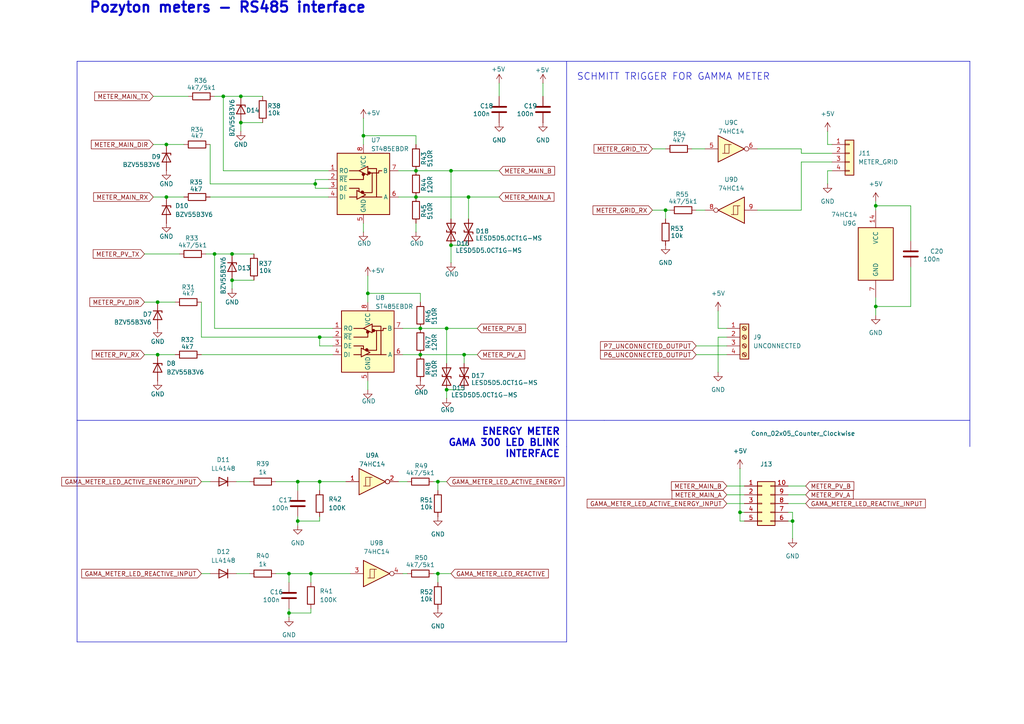
<source format=kicad_sch>
(kicad_sch (version 20231120) (generator "eeschema") (generator_version "8.0")
  (paper "A4")
  (lib_symbols
    (symbol "74xx:74HC14" (pin_names (offset 1.016))
      (property "Reference" "U" (at 0 1.27 0))
      (property "Value" "74HC14" (at 0 -1.27 0))
      (symbol "74HC14_1_0"
        (polyline (pts (xy -3.81 3.81) (xy -3.81 -3.81) (xy 3.81 0) (xy -3.81 3.81)) (stroke (width 0.254)) (fill (type background)))
        (pin input line (at -7.62 0 0) (length 3.81) (name "~") (number "1"))
        (pin output inverted (at 7.62 0 180) (length 3.81) (name "~") (number "2"))
      )
      (symbol "74HC14_1_1"
        (polyline (pts (xy -1.905 -1.27) (xy -1.905 1.27) (xy -0.635 1.27)))
        (polyline (pts (xy -2.54 -1.27) (xy -0.635 -1.27) (xy -0.635 1.27) (xy 0 1.27)))
      )
      (symbol "74HC14_2_0"
        (polyline (pts (xy -3.81 3.81) (xy -3.81 -3.81) (xy 3.81 0) (xy -3.81 3.81)) (stroke (width 0.254)) (fill (type background)))
        (pin input line (at -7.62 0 0) (length 3.81) (name "~") (number "3"))
        (pin output inverted (at 7.62 0 180) (length 3.81) (name "~") (number "4"))
      )
      (symbol "74HC14_2_1"
        (polyline (pts (xy -1.905 -1.27) (xy -1.905 1.27) (xy -0.635 1.27)))
        (polyline (pts (xy -2.54 -1.27) (xy -0.635 -1.27) (xy -0.635 1.27) (xy 0 1.27)))
      )
      (symbol "74HC14_3_0"
        (polyline (pts (xy -3.81 3.81) (xy -3.81 -3.81) (xy 3.81 0) (xy -3.81 3.81)) (stroke (width 0.254)) (fill (type background)))
        (pin input line (at -7.62 0 0) (length 3.81) (name "~") (number "5"))
        (pin output inverted (at 7.62 0 180) (length 3.81) (name "~") (number "6"))
      )
      (symbol "74HC14_3_1"
        (polyline (pts (xy -1.905 -1.27) (xy -1.905 1.27) (xy -0.635 1.27)))
        (polyline (pts (xy -2.54 -1.27) (xy -0.635 -1.27) (xy -0.635 1.27) (xy 0 1.27)))
      )
      (symbol "74HC14_4_0"
        (polyline (pts (xy -3.81 3.81) (xy -3.81 -3.81) (xy 3.81 0) (xy -3.81 3.81)) (stroke (width 0.254)) (fill (type background)))
        (pin output inverted (at 7.62 0 180) (length 3.81) (name "~") (number "8"))
        (pin input line (at -7.62 0 0) (length 3.81) (name "~") (number "9"))
      )
      (symbol "74HC14_4_1"
        (polyline (pts (xy -1.905 -1.27) (xy -1.905 1.27) (xy -0.635 1.27)))
        (polyline (pts (xy -2.54 -1.27) (xy -0.635 -1.27) (xy -0.635 1.27) (xy 0 1.27)))
      )
      (symbol "74HC14_5_0"
        (polyline (pts (xy -3.81 3.81) (xy -3.81 -3.81) (xy 3.81 0) (xy -3.81 3.81)) (stroke (width 0.254)) (fill (type background)))
        (pin output inverted (at 7.62 0 180) (length 3.81) (name "~") (number "10"))
        (pin input line (at -7.62 0 0) (length 3.81) (name "~") (number "11"))
      )
      (symbol "74HC14_5_1"
        (polyline (pts (xy -1.905 -1.27) (xy -1.905 1.27) (xy -0.635 1.27)))
        (polyline (pts (xy -2.54 -1.27) (xy -0.635 -1.27) (xy -0.635 1.27) (xy 0 1.27)))
      )
      (symbol "74HC14_6_0"
        (polyline (pts (xy -3.81 3.81) (xy -3.81 -3.81) (xy 3.81 0) (xy -3.81 3.81)) (stroke (width 0.254)) (fill (type background)))
        (pin output inverted (at 7.62 0 180) (length 3.81) (name "~") (number "12"))
        (pin input line (at -7.62 0 0) (length 3.81) (name "~") (number "13"))
      )
      (symbol "74HC14_6_1"
        (polyline (pts (xy -1.905 -1.27) (xy -1.905 1.27) (xy -0.635 1.27)))
        (polyline (pts (xy -2.54 -1.27) (xy -0.635 -1.27) (xy -0.635 1.27) (xy 0 1.27)))
      )
      (symbol "74HC14_7_0"
        (pin power_in line (at 0 12.7 270) (length 5.08) (name "VCC") (number "14"))
        (pin power_in line (at 0 -12.7 90) (length 5.08) (name "GND") (number "7"))
      )
      (symbol "74HC14_7_1"
        (rectangle (start -5.08 7.62) (end 5.08 -7.62) (stroke (width 0.254)) (fill (type background)))
      )
    )
    (symbol "Connector:Screw_Terminal_01x04" (pin_names (offset 1.016) hide)
      (property "Reference" "J" (at 0 5.08 0))
      (property "Value" "Screw_Terminal_01x04" (at 0 -7.62 0))
      (symbol "Screw_Terminal_01x04_1_1"
        (rectangle (start -1.27 3.81) (end 1.27 -6.35) (stroke (width 0.254)) (fill (type background)))
        (circle (center 0 -5.08) (radius 0.635) (stroke (width 0.1524)))
        (circle (center 0 -2.54) (radius 0.635) (stroke (width 0.1524)))
        (polyline (pts (xy -0.5334 -4.7498) (xy 0.3302 -5.588)) (stroke (width 0.1524)))
        (polyline (pts (xy -0.5334 -2.2098) (xy 0.3302 -3.048)) (stroke (width 0.1524)))
        (polyline (pts (xy -0.5334 0.3302) (xy 0.3302 -0.508)) (stroke (width 0.1524)))
        (polyline (pts (xy -0.5334 2.8702) (xy 0.3302 2.032)) (stroke (width 0.1524)))
        (polyline (pts (xy -0.3556 -4.572) (xy 0.508 -5.4102)) (stroke (width 0.1524)))
        (polyline (pts (xy -0.3556 -2.032) (xy 0.508 -2.8702)) (stroke (width 0.1524)))
        (polyline (pts (xy -0.3556 0.508) (xy 0.508 -0.3302)) (stroke (width 0.1524)))
        (polyline (pts (xy -0.3556 3.048) (xy 0.508 2.2098)) (stroke (width 0.1524)))
        (circle (center 0 0) (radius 0.635) (stroke (width 0.1524)))
        (circle (center 0 2.54) (radius 0.635) (stroke (width 0.1524)))
        (pin passive line (at -5.08 2.54 0) (length 3.81) (name "Pin_1") (number "1"))
        (pin passive line (at -5.08 0 0) (length 3.81) (name "Pin_2") (number "2"))
        (pin passive line (at -5.08 -2.54 0) (length 3.81) (name "Pin_3") (number "3"))
        (pin passive line (at -5.08 -5.08 0) (length 3.81) (name "Pin_4") (number "4"))
      )
    )
    (symbol "Connector_Generic:Conn_01x04" (pin_names (offset 1.016) hide)
      (property "Reference" "J" (at 0 5.08 0))
      (property "Value" "Conn_01x04" (at 0 -7.62 0))
      (symbol "Conn_01x04_1_1"
        (rectangle (start -1.27 -4.953) (end 0 -5.207) (stroke (width 0.1524)))
        (rectangle (start -1.27 -2.413) (end 0 -2.667) (stroke (width 0.1524)))
        (rectangle (start -1.27 0.127) (end 0 -0.127) (stroke (width 0.1524)))
        (rectangle (start -1.27 2.667) (end 0 2.413) (stroke (width 0.1524)))
        (rectangle (start -1.27 3.81) (end 1.27 -6.35) (stroke (width 0.254)) (fill (type background)))
        (pin passive line (at -5.08 2.54 0) (length 3.81) (name "Pin_1") (number "1"))
        (pin passive line (at -5.08 0 0) (length 3.81) (name "Pin_2") (number "2"))
        (pin passive line (at -5.08 -2.54 0) (length 3.81) (name "Pin_3") (number "3"))
        (pin passive line (at -5.08 -5.08 0) (length 3.81) (name "Pin_4") (number "4"))
      )
    )
    (symbol "Connector_Generic:Conn_02x05_Counter_Clockwise" (pin_names (offset 1.016) hide)
      (property "Reference" "J" (at 1.27 7.62 0))
      (property "Value" "Conn_02x05_Counter_Clockwise" (at 1.27 -7.62 0))
      (symbol "Conn_02x05_Counter_Clockwise_1_1"
        (rectangle (start -1.27 -4.953) (end 0 -5.207) (stroke (width 0.1524)))
        (rectangle (start -1.27 -2.413) (end 0 -2.667) (stroke (width 0.1524)))
        (rectangle (start -1.27 0.127) (end 0 -0.127) (stroke (width 0.1524)))
        (rectangle (start -1.27 2.667) (end 0 2.413) (stroke (width 0.1524)))
        (rectangle (start -1.27 5.207) (end 0 4.953) (stroke (width 0.1524)))
        (rectangle (start -1.27 6.35) (end 3.81 -6.35) (stroke (width 0.254)) (fill (type background)))
        (rectangle (start 3.81 -4.953) (end 2.54 -5.207) (stroke (width 0.1524)))
        (rectangle (start 3.81 -2.413) (end 2.54 -2.667) (stroke (width 0.1524)))
        (rectangle (start 3.81 0.127) (end 2.54 -0.127) (stroke (width 0.1524)))
        (rectangle (start 3.81 2.667) (end 2.54 2.413) (stroke (width 0.1524)))
        (rectangle (start 3.81 5.207) (end 2.54 4.953) (stroke (width 0.1524)))
        (pin passive line (at -5.08 5.08 0) (length 3.81) (name "Pin_1") (number "1"))
        (pin passive line (at 7.62 5.08 180) (length 3.81) (name "Pin_10") (number "10"))
        (pin passive line (at -5.08 2.54 0) (length 3.81) (name "Pin_2") (number "2"))
        (pin passive line (at -5.08 0 0) (length 3.81) (name "Pin_3") (number "3"))
        (pin passive line (at -5.08 -2.54 0) (length 3.81) (name "Pin_4") (number "4"))
        (pin passive line (at -5.08 -5.08 0) (length 3.81) (name "Pin_5") (number "5"))
        (pin passive line (at 7.62 -5.08 180) (length 3.81) (name "Pin_6") (number "6"))
        (pin passive line (at 7.62 -2.54 180) (length 3.81) (name "Pin_7") (number "7"))
        (pin passive line (at 7.62 0 180) (length 3.81) (name "Pin_8") (number "8"))
        (pin passive line (at 7.62 2.54 180) (length 3.81) (name "Pin_9") (number "9"))
      )
    )
    (symbol "Device:C" (pin_numbers hide) (pin_names (offset 0.254))
      (property "Reference" "C" (at 0.635 2.54 0))
      (property "Value" "C" (at 0.635 -2.54 0))
      (symbol "C_0_1"
        (polyline (pts (xy -2.032 -0.762) (xy 2.032 -0.762)) (stroke (width 0.508)))
        (polyline (pts (xy -2.032 0.762) (xy 2.032 0.762)) (stroke (width 0.508)))
      )
      (symbol "C_1_1"
        (pin passive line (at 0 3.81 270) (length 2.794) (name "~") (number "1"))
        (pin passive line (at 0 -3.81 90) (length 2.794) (name "~") (number "2"))
      )
    )
    (symbol "Device:D_TVS" (pin_numbers hide) (pin_names (offset 1.016) hide)
      (property "Reference" "D" (at 0 2.54 0))
      (property "Value" "D_TVS" (at 0 -2.54 0))
      (symbol "D_TVS_0_1"
        (polyline (pts (xy 1.27 0) (xy -1.27 0)))
        (polyline (pts (xy 0.508 1.27) (xy 0 1.27) (xy 0 -1.27) (xy -0.508 -1.27)) (stroke (width 0.254)))
        (polyline (pts (xy -2.54 1.27) (xy -2.54 -1.27) (xy 2.54 1.27) (xy 2.54 -1.27) (xy -2.54 1.27)) (stroke (width 0.254)))
      )
      (symbol "D_TVS_1_1"
        (pin passive line (at -3.81 0 0) (length 2.54) (name "A1") (number "1"))
        (pin passive line (at 3.81 0 180) (length 2.54) (name "A2") (number "2"))
      )
    )
    (symbol "Device:R" (pin_numbers hide) (pin_names (offset 0))
      (property "Reference" "R" (at 2.032 0 90))
      (property "Value" "R" (at 0 0 90))
      (symbol "R_0_1"
        (rectangle (start -1.016 -2.54) (end 1.016 2.54) (stroke (width 0.254)))
      )
      (symbol "R_1_1"
        (pin passive line (at 0 3.81 270) (length 1.27) (name "~") (number "1"))
        (pin passive line (at 0 -3.81 90) (length 1.27) (name "~") (number "2"))
      )
    )
    (symbol "Diode:BZV55B3V6" (pin_numbers hide) (pin_names hide)
      (property "Reference" "D" (at 0 2.54 0))
      (property "Value" "BZV55B3V6" (at 0 -2.54 0))
      (symbol "BZV55B3V6_0_1"
        (polyline (pts (xy 1.27 0) (xy -1.27 0)))
        (polyline (pts (xy -1.27 -1.27) (xy -1.27 1.27) (xy -0.762 1.27)) (stroke (width 0.254)))
        (polyline (pts (xy 1.27 -1.27) (xy 1.27 1.27) (xy -1.27 0) (xy 1.27 -1.27)) (stroke (width 0.254)))
      )
      (symbol "BZV55B3V6_1_1"
        (pin passive line (at -3.81 0 0) (length 2.54) (name "K") (number "1"))
        (pin passive line (at 3.81 0 180) (length 2.54) (name "A") (number "2"))
      )
    )
    (symbol "Diode:LL4148" (pin_numbers hide) (pin_names hide)
      (property "Reference" "D" (at 0 2.54 0))
      (property "Value" "LL4148" (at 0 -2.54 0))
      (symbol "LL4148_0_1"
        (polyline (pts (xy -1.27 1.27) (xy -1.27 -1.27)) (stroke (width 0.254)))
        (polyline (pts (xy 1.27 0) (xy -1.27 0)))
        (polyline (pts (xy 1.27 1.27) (xy 1.27 -1.27) (xy -1.27 0) (xy 1.27 1.27)) (stroke (width 0.254)))
      )
      (symbol "LL4148_1_1"
        (pin passive line (at -3.81 0 0) (length 2.54) (name "K") (number "1"))
        (pin passive line (at 3.81 0 180) (length 2.54) (name "A") (number "2"))
      )
    )
    (symbol "Interface_UART:ST485EBDR"
      (property "Reference" "U" (at -6.35 8.89 0))
      (property "Value" "ST485EBDR" (at 1.27 8.89 0))
      (symbol "ST485EBDR_0_1"
        (rectangle (start -7.62 7.62) (end 7.62 -10.16) (stroke (width 0.254)) (fill (type background)))
        (circle (center -0.3048 -3.683) (radius 0.3556) (stroke (width 0.254)) (fill (type outline)))
        (circle (center -0.0254 1.4986) (radius 0.3556) (stroke (width 0.254)) (fill (type outline)))
        (polyline (pts (xy -4.064 -5.08) (xy -1.905 -5.08)) (stroke (width 0.254)))
        (polyline (pts (xy -4.064 2.54) (xy -1.27 2.54)) (stroke (width 0.254)))
        (polyline (pts (xy -1.27 -3.2004) (xy -1.27 -3.4544)) (stroke (width 0.254)))
        (polyline (pts (xy -0.635 -5.08) (xy 5.334 -5.08)) (stroke (width 0.254)))
        (polyline (pts (xy -4.064 -2.54) (xy -1.27 -2.54) (xy -1.27 -3.175)) (stroke (width 0.254)))
        (polyline (pts (xy 0 1.27) (xy 0 0) (xy -4.064 0)) (stroke (width 0.254)))
        (polyline (pts (xy 1.27 3.175) (xy 3.81 3.175) (xy 3.81 -5.08)) (stroke (width 0.254)))
        (polyline (pts (xy 2.54 1.905) (xy 2.54 -3.81) (xy 0 -3.81)) (stroke (width 0.254)))
        (polyline (pts (xy -1.905 -3.175) (xy -1.905 -5.715) (xy 0.635 -4.445) (xy -1.905 -3.175)) (stroke (width 0.254)))
        (polyline (pts (xy -1.27 2.54) (xy 1.27 3.81) (xy 1.27 1.27) (xy -1.27 2.54)) (stroke (width 0.254)))
        (polyline (pts (xy 1.905 1.905) (xy 4.445 1.905) (xy 4.445 2.54) (xy 5.334 2.54)) (stroke (width 0.254)))
        (rectangle (start 1.27 3.175) (end 1.27 3.175))
        (circle (center 1.651 1.905) (radius 0.3556) (stroke (width 0.254)) (fill (type outline)))
      )
      (symbol "ST485EBDR_1_1"
        (pin output line (at -10.16 2.54 0) (length 2.54) (name "RO") (number "1"))
        (pin input line (at -10.16 0 0) (length 2.54) (name "~{RE}") (number "2"))
        (pin input line (at -10.16 -2.54 0) (length 2.54) (name "DE") (number "3"))
        (pin input line (at -10.16 -5.08 0) (length 2.54) (name "DI") (number "4"))
        (pin power_in line (at 0 -12.7 90) (length 2.54) (name "GND") (number "5"))
        (pin bidirectional line (at 10.16 -5.08 180) (length 2.54) (name "A") (number "6"))
        (pin bidirectional line (at 10.16 2.54 180) (length 2.54) (name "B") (number "7"))
        (pin power_in line (at 0 10.16 270) (length 2.54) (name "VCC") (number "8"))
      )
    )
    (symbol "power:+5V" (power) (pin_numbers hide) (pin_names (offset 0) hide)
      (property "Value" "+5V" (at 0 3.556 0))
      (symbol "+5V_0_1"
        (polyline (pts (xy -0.762 1.27) (xy 0 2.54)))
        (polyline (pts (xy 0 0) (xy 0 2.54)))
        (polyline (pts (xy 0 2.54) (xy 0.762 1.27)))
      )
      (symbol "+5V_1_1"
        (pin power_in line (at 0 0 90) (length 0) (name "~") (number "1"))
      )
    )
    (symbol "power:GND" (power) (pin_numbers hide) (pin_names (offset 0) hide)
      (property "Value" "GND" (at 0 -3.81 0))
      (symbol "GND_0_1"
        (polyline (pts (xy 0 0) (xy 0 -1.27) (xy 1.27 -1.27) (xy 0 -2.54) (xy -1.27 -1.27) (xy 0 -1.27)))
      )
      (symbol "GND_1_1"
        (pin power_in line (at 0 0 270) (length 0) (name "~") (number "1"))
      )
    )
  )
  (junction (at 254 88.9))
  (junction (at 91.44 53.34))
  (junction (at 121.92 95.25))
  (junction (at 69.85 27.94))
  (junction (at 48.26 41.91))
  (junction (at 130.81 49.53))
  (junction (at 214.63 148.59))
  (junction (at 92.71 139.7))
  (junction (at 69.85 35.56))
  (junction (at 86.36 139.7))
  (junction (at 83.82 177.8))
  (junction (at 90.17 166.37))
  (junction (at 92.71 97.79))
  (junction (at 229.87 151.13))
  (junction (at 62.23 73.66))
  (junction (at 120.65 49.53))
  (junction (at 134.62 102.87))
  (junction (at 86.36 151.13))
  (junction (at 45.72 102.87))
  (junction (at 127 139.7))
  (junction (at 67.31 73.66))
  (junction (at 121.92 102.87))
  (junction (at 106.68 85.09))
  (junction (at 130.81 71.12))
  (junction (at 48.26 57.15))
  (junction (at 254 59.69))
  (junction (at 129.54 95.25))
  (junction (at 129.54 113.03))
  (junction (at 120.65 57.15))
  (junction (at 135.89 57.15))
  (junction (at 67.31 81.28))
  (junction (at 105.41 39.37))
  (junction (at 127 166.37))
  (junction (at 64.77 27.94))
  (junction (at 45.72 87.63))
  (junction (at 193.04 60.96))
  (junction (at 83.82 166.37))
  (wire (pts (xy 134.62 102.87) (xy 138.43 102.87)))
  (wire (pts (xy 240.03 41.91) (xy 240.03 38.1)))
  (wire (pts (xy 232.41 43.18) (xy 219.71 43.18)))
  (wire (pts (xy 125.73 166.37) (xy 127 166.37)))
  (wire (pts (xy 44.45 41.91) (xy 48.26 41.91)))
  (wire (pts (xy 59.69 73.66) (xy 62.23 73.66)))
  (wire (pts (xy 115.57 139.7) (xy 118.11 139.7)))
  (wire (pts (xy 64.77 27.94) (xy 64.77 49.53)))
  (wire (pts (xy 121.92 87.63) (xy 121.92 85.09)))
  (wire (pts (xy 90.17 176.53) (xy 90.17 177.8)))
  (wire (pts (xy 41.91 73.66) (xy 52.07 73.66)))
  (wire (pts (xy 116.84 166.37) (xy 118.11 166.37)))
  (wire (pts (xy 241.3 41.91) (xy 240.03 41.91)))
  (wire (pts (xy 92.71 149.86) (xy 92.71 151.13)))
  (wire (pts (xy 201.93 60.96) (xy 204.47 60.96)))
  (wire (pts (xy 62.23 73.66) (xy 67.31 73.66)))
  (wire (pts (xy 215.9 143.51) (xy 210.82 143.51)))
  (wire (pts (xy 129.54 113.03) (xy 129.54 115.57)))
  (wire (pts (xy 129.54 95.25) (xy 138.43 95.25)))
  (wire (pts (xy 120.65 41.91) (xy 120.65 39.37)))
  (wire (pts (xy 116.84 102.87) (xy 121.92 102.87)))
  (wire (pts (xy 208.28 97.79) (xy 210.82 97.79)))
  (wire (pts (xy 200.66 43.18) (xy 204.47 43.18)))
  (wire (pts (xy 48.26 41.91) (xy 53.34 41.91)))
  (wire (pts (xy 135.89 57.15) (xy 135.89 63.5)))
  (wire (pts (xy 58.42 166.37) (xy 60.96 166.37)))
  (wire (pts (xy 67.31 83.82) (xy 67.31 81.28)))
  (wire (pts (xy 105.41 39.37) (xy 105.41 41.91)))
  (wire (pts (xy 201.93 100.33) (xy 210.82 100.33)))
  (wire (pts (xy 121.92 95.25) (xy 116.84 95.25)))
  (wire (pts (xy 68.58 139.7) (xy 72.39 139.7)))
  (polyline (pts (xy 281.305 129.54) (xy 281.305 17.78)))
  (wire (pts (xy 83.82 166.37) (xy 90.17 166.37)))
  (wire (pts (xy 232.41 60.96) (xy 219.71 60.96)))
  (wire (pts (xy 254 88.9) (xy 254 86.36)))
  (wire (pts (xy 92.71 139.7) (xy 92.71 142.24)))
  (wire (pts (xy 115.57 57.15) (xy 120.65 57.15)))
  (wire (pts (xy 86.36 151.13) (xy 86.36 152.4)))
  (wire (pts (xy 83.82 177.8) (xy 83.82 179.07)))
  (wire (pts (xy 129.54 95.25) (xy 129.54 105.41)))
  (wire (pts (xy 45.72 102.87) (xy 50.8 102.87)))
  (wire (pts (xy 91.44 54.61) (xy 95.25 54.61)))
  (wire (pts (xy 58.42 139.7) (xy 60.96 139.7)))
  (wire (pts (xy 92.71 97.79) (xy 96.52 97.79)))
  (wire (pts (xy 64.77 27.94) (xy 69.85 27.94)))
  (wire (pts (xy 208.28 95.25) (xy 208.28 90.17)))
  (wire (pts (xy 90.17 177.8) (xy 83.82 177.8)))
  (wire (pts (xy 208.28 107.95) (xy 208.28 97.79)))
  (polyline (pts (xy 175.26 17.78) (xy 22.352 17.78)))
  (wire (pts (xy 127 166.37) (xy 127 168.91)))
  (wire (pts (xy 60.96 53.34) (xy 91.44 53.34)))
  (wire (pts (xy 157.48 24.13) (xy 157.48 27.94)))
  (wire (pts (xy 60.96 41.91) (xy 60.96 53.34)))
  (wire (pts (xy 135.89 57.15) (xy 144.78 57.15)))
  (wire (pts (xy 64.77 49.53) (xy 95.25 49.53)))
  (wire (pts (xy 91.44 54.61) (xy 91.44 53.34)))
  (wire (pts (xy 254 59.69) (xy 264.16 59.69)))
  (wire (pts (xy 44.45 27.94) (xy 54.61 27.94)))
  (wire (pts (xy 233.68 143.51) (xy 228.6 143.51)))
  (wire (pts (xy 68.58 166.37) (xy 72.39 166.37)))
  (wire (pts (xy 60.96 57.15) (xy 95.25 57.15)))
  (wire (pts (xy 92.71 100.33) (xy 96.52 100.33)))
  (wire (pts (xy 240.03 49.53) (xy 241.3 49.53)))
  (wire (pts (xy 92.71 139.7) (xy 100.33 139.7)))
  (polyline (pts (xy 281.305 17.78) (xy 281.305 17.78)))
  (wire (pts (xy 130.81 76.2) (xy 130.81 71.12)))
  (wire (pts (xy 69.85 35.56) (xy 76.2 35.56)))
  (wire (pts (xy 134.62 102.87) (xy 134.62 105.41)))
  (wire (pts (xy 127 139.7) (xy 129.54 139.7)))
  (wire (pts (xy 62.23 95.25) (xy 96.52 95.25)))
  (wire (pts (xy 264.16 77.47) (xy 264.16 88.9)))
  (wire (pts (xy 189.23 43.18) (xy 193.04 43.18)))
  (wire (pts (xy 45.72 87.63) (xy 50.8 87.63)))
  (wire (pts (xy 91.44 53.34) (xy 91.44 52.07)))
  (wire (pts (xy 214.63 148.59) (xy 214.63 151.13)))
  (wire (pts (xy 120.65 67.31) (xy 120.65 64.77)))
  (wire (pts (xy 144.78 24.13) (xy 144.78 27.94)))
  (wire (pts (xy 120.65 57.15) (xy 135.89 57.15)))
  (wire (pts (xy 232.41 46.99) (xy 232.41 60.96)))
  (wire (pts (xy 41.91 87.63) (xy 45.72 87.63)))
  (wire (pts (xy 67.31 73.66) (xy 73.66 73.66)))
  (wire (pts (xy 83.82 166.37) (xy 83.82 168.91)))
  (wire (pts (xy 127 166.37) (xy 130.81 166.37)))
  (wire (pts (xy 62.23 27.94) (xy 64.77 27.94)))
  (wire (pts (xy 214.63 151.13) (xy 215.9 151.13)))
  (wire (pts (xy 241.3 46.99) (xy 232.41 46.99)))
  (wire (pts (xy 129.54 113.03) (xy 134.62 113.03)))
  (polyline (pts (xy 175.26 17.78) (xy 281.305 17.78)))
  (wire (pts (xy 193.04 60.96) (xy 193.04 63.5)))
  (wire (pts (xy 193.04 60.96) (xy 194.31 60.96)))
  (wire (pts (xy 127 139.7) (xy 127 142.24)))
  (wire (pts (xy 105.41 39.37) (xy 120.65 39.37)))
  (wire (pts (xy 254 91.44) (xy 254 88.9)))
  (wire (pts (xy 69.85 27.94) (xy 76.2 27.94)))
  (wire (pts (xy 92.71 97.79) (xy 92.71 100.33)))
  (wire (pts (xy 83.82 176.53) (xy 83.82 177.8)))
  (wire (pts (xy 229.87 148.59) (xy 228.6 148.59)))
  (wire (pts (xy 62.23 73.66) (xy 62.23 95.25)))
  (wire (pts (xy 264.16 59.69) (xy 264.16 69.85)))
  (polyline (pts (xy 164.338 17.78) (xy 164.338 129.54)))
  (wire (pts (xy 240.03 53.34) (xy 240.03 49.53)))
  (wire (pts (xy 44.45 57.15) (xy 48.26 57.15)))
  (wire (pts (xy 86.36 149.86) (xy 86.36 151.13)))
  (wire (pts (xy 130.81 49.53) (xy 130.81 63.5)))
  (wire (pts (xy 92.71 151.13) (xy 86.36 151.13)))
  (wire (pts (xy 254 59.69) (xy 254 60.96)))
  (wire (pts (xy 214.63 148.59) (xy 215.9 148.59)))
  (wire (pts (xy 215.9 140.97) (xy 210.82 140.97)))
  (wire (pts (xy 233.68 140.97) (xy 228.6 140.97)))
  (polyline (pts (xy 175.26 121.92) (xy 281.305 121.92)))
  (wire (pts (xy 254 88.9) (xy 264.16 88.9)))
  (wire (pts (xy 58.42 97.79) (xy 92.71 97.79)))
  (wire (pts (xy 67.31 81.28) (xy 73.66 81.28)))
  (wire (pts (xy 120.65 49.53) (xy 115.57 49.53)))
  (wire (pts (xy 105.41 34.29) (xy 105.41 39.37)))
  (wire (pts (xy 130.81 49.53) (xy 144.78 49.53)))
  (polyline (pts (xy 22.352 17.78) (xy 22.352 121.92)))
  (wire (pts (xy 106.68 110.49) (xy 106.68 113.03)))
  (wire (pts (xy 106.68 85.09) (xy 106.68 87.63)))
  (wire (pts (xy 90.17 166.37) (xy 90.17 168.91)))
  (wire (pts (xy 58.42 97.79) (xy 58.42 87.63)))
  (polyline (pts (xy 22.352 121.92) (xy 22.352 186.182)))
  (polyline (pts (xy 22.352 186.182) (xy 164.338 186.182)))
  (wire (pts (xy 254 58.42) (xy 254 59.69)))
  (wire (pts (xy 106.68 80.01) (xy 106.68 85.09)))
  (wire (pts (xy 201.93 102.87) (xy 210.82 102.87)))
  (wire (pts (xy 58.42 102.87) (xy 96.52 102.87)))
  (wire (pts (xy 229.87 151.13) (xy 229.87 156.21)))
  (wire (pts (xy 125.73 139.7) (xy 127 139.7)))
  (wire (pts (xy 48.26 57.15) (xy 53.34 57.15)))
  (wire (pts (xy 120.65 49.53) (xy 130.81 49.53)))
  (wire (pts (xy 228.6 151.13) (xy 229.87 151.13)))
  (wire (pts (xy 86.36 139.7) (xy 86.36 142.24)))
  (wire (pts (xy 69.85 38.1) (xy 69.85 35.56)))
  (wire (pts (xy 80.01 139.7) (xy 86.36 139.7)))
  (wire (pts (xy 130.81 71.12) (xy 135.89 71.12)))
  (wire (pts (xy 121.92 95.25) (xy 129.54 95.25)))
  (wire (pts (xy 106.68 85.09) (xy 121.92 85.09)))
  (polyline (pts (xy 22.352 121.92) (xy 175.26 121.92)))
  (wire (pts (xy 214.63 135.89) (xy 214.63 148.59)))
  (wire (pts (xy 210.82 146.05) (xy 215.9 146.05)))
  (wire (pts (xy 233.68 146.05) (xy 228.6 146.05)))
  (wire (pts (xy 189.23 60.96) (xy 193.04 60.96)))
  (wire (pts (xy 229.87 148.59) (xy 229.87 151.13)))
  (wire (pts (xy 105.41 64.77) (xy 105.41 67.31)))
  (wire (pts (xy 80.01 166.37) (xy 83.82 166.37)))
  (wire (pts (xy 90.17 166.37) (xy 101.6 166.37)))
  (polyline (pts (xy 164.338 186.182) (xy 164.338 129.54)))
  (wire (pts (xy 41.91 102.87) (xy 45.72 102.87)))
  (wire (pts (xy 86.36 139.7) (xy 92.71 139.7)))
  (wire (pts (xy 121.92 102.87) (xy 134.62 102.87)))
  (wire (pts (xy 232.41 44.45) (xy 232.41 43.18)))
  (wire (pts (xy 241.3 44.45) (xy 232.41 44.45)))
  (wire (pts (xy 91.44 52.07) (xy 95.25 52.07)))
  (wire (pts (xy 210.82 95.25) (xy 208.28 95.25)))
  (text "Pozyton meters - RS485 interface" (at 66.04 2.286 0) (effects (font (size 3 3) (bold yes))))
  (text "ENERGY METER\nGAMA 300 LED BLINK\nINTERFACE" (at 162.56 128.524 0) (effects (font (size 2 2) (thickness 0.4) (bold yes)) (justify right)))
  (text "SCHMITT TRIGGER FOR GAMMA METER" (at 195.326 22.352 0) (effects (font (size 2 2))))
  (global_label "METER_MAIN_B" (shape input) (at 210.82 140.97 180) (property "Intersheetrefs" "${INTERSHEET_REFS}" (effects (hide yes))))
  (global_label "METER_PV_A" (shape input) (at 233.68 143.51 0) (property "Intersheetrefs" "${INTERSHEET_REFS}" (effects (hide yes))))
  (global_label "METER_GRID_RX" (shape input) (at 189.23 60.96 180) (property "Intersheetrefs" "${INTERSHEET_REFS}" (effects (hide yes))))
  (global_label "METER_MAIN_TX" (shape input) (at 44.45 27.94 180) (property "Intersheetrefs" "${INTERSHEET_REFS}" (effects (hide yes))))
  (global_label "GAMA_METER_LED_ACTIVE_ENERGY_INPUT" (shape input) (at 210.82 146.05 180) (property "Intersheetrefs" "${INTERSHEET_REFS}" (effects (hide yes))))
  (global_label "METER_PV_A" (shape input) (at 138.43 102.87 0) (property "Intersheetrefs" "${INTERSHEET_REFS}" (effects (hide yes))))
  (global_label "METER_MAIN_A" (shape input) (at 144.78 57.15 0) (property "Intersheetrefs" "${INTERSHEET_REFS}" (effects (hide yes))))
  (global_label "METER_PV_B" (shape input) (at 138.43 95.25 0) (property "Intersheetrefs" "${INTERSHEET_REFS}" (effects (hide yes))))
  (global_label "GAMA_METER_LED_REACTIVE_INPUT" (shape input) (at 233.68 146.05 0) (property "Intersheetrefs" "${INTERSHEET_REFS}" (effects (hide yes))))
  (global_label "METER_PV_DIR" (shape input) (at 41.91 87.63 180) (property "Intersheetrefs" "${INTERSHEET_REFS}" (effects (hide yes))))
  (global_label "METER_MAIN_DIR" (shape input) (at 44.45 41.91 180) (property "Intersheetrefs" "${INTERSHEET_REFS}" (effects (hide yes))))
  (global_label "METER_MAIN_B" (shape input) (at 144.78 49.53 0) (property "Intersheetrefs" "${INTERSHEET_REFS}" (effects (hide yes))))
  (global_label "GAMA_METER_LED_REACTIVE_INPUT" (shape input) (at 58.42 166.37 180) (property "Intersheetrefs" "${INTERSHEET_REFS}" (effects (hide yes))))
  (global_label "METER_PV_B" (shape input) (at 233.68 140.97 0) (property "Intersheetrefs" "${INTERSHEET_REFS}" (effects (hide yes))))
  (global_label "METER_MAIN_RX" (shape input) (at 44.45 57.15 180) (property "Intersheetrefs" "${INTERSHEET_REFS}" (effects (hide yes))))
  (global_label "GAMA_METER_LED_REACTIVE" (shape input) (at 130.81 166.37 0) (property "Intersheetrefs" "${INTERSHEET_REFS}" (effects (hide yes))))
  (global_label "P7_UNCONNECTED_OUTPUT" (shape input) (at 201.93 100.33 180) (property "Intersheetrefs" "${INTERSHEET_REFS}" (effects (hide yes))))
  (global_label "METER_PV_RX" (shape input) (at 41.91 102.87 180) (property "Intersheetrefs" "${INTERSHEET_REFS}" (effects (hide yes))))
  (global_label "P6_UNCONNECTED_OUTPUT" (shape input) (at 201.93 102.87 180) (property "Intersheetrefs" "${INTERSHEET_REFS}" (effects (hide yes))))
  (global_label "GAMA_METER_LED_ACTIVE_ENERGY" (shape input) (at 129.54 139.7 0) (property "Intersheetrefs" "${INTERSHEET_REFS}" (effects (hide yes))))
  (global_label "METER_GRID_TX" (shape input) (at 189.23 43.18 180) (property "Intersheetrefs" "${INTERSHEET_REFS}" (effects (hide yes))))
  (global_label "METER_PV_TX" (shape input) (at 41.91 73.66 180) (property "Intersheetrefs" "${INTERSHEET_REFS}" (effects (hide yes))))
  (global_label "METER_MAIN_A" (shape input) (at 210.82 143.51 180) (property "Intersheetrefs" "${INTERSHEET_REFS}" (effects (hide yes))))
  (global_label "GAMA_METER_LED_ACTIVE_ENERGY_INPUT" (shape input) (at 58.42 139.7 180) (property "Intersheetrefs" "${INTERSHEET_REFS}" (effects (hide yes))))
  (symbol (lib_id "Device:R") (at 120.65 60.96 180) (unit 1)
    (property "Reference" "R45" (at 122.936 61.214 90))
    (property "Value" "510R" (at 124.714 61.214 90))
    (property "Footprint" "Resistor_SMD:R_0805_2012Metric_Pad1.20x1.40mm_HandSolder" (effects (hide yes)))
    (property "Description" "Resistor" (effects (hide yes)))
  )
  (symbol (lib_id "power:GND") (at 45.72 95.25 0) (unit 1)
    (property "Reference" "#PWR057" (effects (hide yes)))
    (property "Value" "GND" (at 45.72 99.06 0))
    (property "Description" "Power symbol creates a global label with name \"GND\" , ground" (effects (hide yes)))
  )
  (symbol (lib_id "Diode:BZV55B3V6") (at 69.85 31.75 270) (unit 1)
    (property "Reference" "D14" (at 71.374 32.004 90) (effects (justify left)))
    (property "Value" "BZV55B3V6" (at 67.31 28.702 0) (effects (justify left)))
    (property "Footprint" "Diode_SMD:D_MiniMELF" (effects (hide yes)))
    (property "Datasheet" "https://assets.nexperia.com/documents/data-sheet/BZV55_SER.pdf" (effects (hide yes)))
    (property "Description" "3.6V, 500mW, 2%, Zener diode, MiniMELF" (effects (hide yes)))
  )
  (symbol (lib_id "power:GND") (at 106.68 113.03 0) (unit 1)
    (property "Reference" "#PWR068" (effects (hide yes)))
    (property "Value" "GND" (at 106.934 116.332 0))
    (property "Description" "Power symbol creates a global label with name \"GND\" , ground" (effects (hide yes)))
  )
  (symbol (lib_id "power:GND") (at 48.26 49.53 0) (unit 1)
    (property "Reference" "#PWR059" (effects (hide yes)))
    (property "Value" "GND" (at 48.26 53.34 0))
    (property "Description" "Power symbol creates a global label with name \"GND\" , ground" (effects (hide yes)))
  )
  (symbol (lib_id "Device:R") (at 121.92 99.06 180) (unit 1)
    (property "Reference" "R47" (at 124.206 99.314 90))
    (property "Value" "120R" (at 125.984 99.314 90))
    (property "Footprint" "Resistor_SMD:R_0805_2012Metric_Pad1.20x1.40mm_HandSolder" (effects (hide yes)))
    (property "Description" "Resistor" (effects (hide yes)))
  )
  (symbol (lib_id "Device:R") (at 54.61 102.87 90) (unit 1)
    (property "Reference" "R32" (at 54.356 98.552 90))
    (property "Value" "4k7" (at 54.356 100.584 90))
    (property "Footprint" "Resistor_SMD:R_0805_2012Metric_Pad1.20x1.40mm_HandSolder" (effects (hide yes)))
    (property "Description" "Resistor" (effects (hide yes)))
  )
  (symbol (lib_id "power:+5V") (at 144.78 24.13 0) (unit 1)
    (property "Reference" "#PWR075" (effects (hide yes)))
    (property "Value" "+5V" (at 144.526 20.066 0))
    (property "Description" "Power symbol creates a global label with name \"+5V\"" (effects (hide yes)))
  )
  (symbol (lib_id "Device:C") (at 86.36 146.05 0) (unit 1)
    (property "Reference" "C17" (at 80.772 145.034 0) (effects (justify left)))
    (property "Value" "100n" (at 78.74 147.32 0) (effects (justify left)))
    (property "Footprint" "Capacitor_SMD:C_0805_2012Metric_Pad1.18x1.45mm_HandSolder" (effects (hide yes)))
    (property "Description" "Unpolarized capacitor" (effects (hide yes)))
  )
  (symbol (lib_id "power:+5V") (at 208.28 90.17 0) (unit 1)
    (property "Reference" "#PWR080" (effects (hide yes)))
    (property "Value" "+5V" (at 208.28 85.09 0))
    (property "Description" "Power symbol creates a global label with name \"+5V\"" (effects (hide yes)))
  )
  (symbol (lib_id "Device:R") (at 55.88 73.66 90) (unit 1)
    (property "Reference" "R33" (at 55.626 69.088 90))
    (property "Value" "4k7/5k1" (at 55.88 71.12 90))
    (property "Footprint" "Resistor_SMD:R_0805_2012Metric_Pad1.20x1.40mm_HandSolder" (effects (hide yes)))
    (property "Description" "Resistor" (effects (hide yes)))
  )
  (symbol (lib_id "power:GND") (at 69.85 38.1 0) (unit 1)
    (property "Reference" "#PWR062" (effects (hide yes)))
    (property "Value" "GND" (at 69.85 41.91 0))
    (property "Description" "Power symbol creates a global label with name \"GND\" , ground" (effects (hide yes)))
  )
  (symbol (lib_id "Device:R") (at 121.92 106.68 180) (unit 1)
    (property "Reference" "R48" (at 124.206 106.934 90))
    (property "Value" "510R" (at 125.984 106.934 90))
    (property "Footprint" "Resistor_SMD:R_0805_2012Metric_Pad1.20x1.40mm_HandSolder" (effects (hide yes)))
    (property "Description" "Resistor" (effects (hide yes)))
  )
  (symbol (lib_id "Device:R") (at 76.2 139.7 90) (unit 1)
    (property "Reference" "R39" (at 76.2 134.5395 90))
    (property "Value" "1k" (at 76.2 136.9638 90))
    (property "Footprint" "Resistor_SMD:R_0805_2012Metric_Pad1.20x1.40mm_HandSolder" (effects (hide yes)))
    (property "Description" "Resistor" (effects (hide yes)))
  )
  (symbol (lib_id "Device:R") (at 121.92 166.37 270) (mirror x) (unit 1)
    (property "Reference" "R50" (at 122.174 161.798 90))
    (property "Value" "4k7/5k1" (at 121.92 163.83 90))
    (property "Footprint" "Resistor_SMD:R_0805_2012Metric_Pad1.20x1.40mm_HandSolder" (effects (hide yes)))
    (property "Description" "Resistor" (effects (hide yes)))
  )
  (symbol (lib_id "Device:C") (at 264.16 73.66 0) (unit 1)
    (property "Reference" "C20" (at 269.748 72.898 0) (effects (justify left)))
    (property "Value" "100n" (at 267.716 75.184 0) (effects (justify left)))
    (property "Footprint" "Capacitor_SMD:C_0805_2012Metric_Pad1.18x1.45mm_HandSolder" (effects (hide yes)))
    (property "Description" "Unpolarized capacitor" (effects (hide yes)))
  )
  (symbol (lib_id "power:GND") (at 229.87 156.21 0) (unit 1)
    (property "Reference" "#PWR088" (effects (hide yes)))
    (property "Value" "GND" (at 229.87 161.29 0))
    (property "Description" "Power symbol creates a global label with name \"GND\" , ground" (effects (hide yes)))
  )
  (symbol (lib_id "Diode:BZV55B3V6") (at 45.72 91.44 270) (unit 1)
    (property "Reference" "D7" (at 41.402 91.186 90) (effects (justify left)))
    (property "Value" "BZV55B3V6" (at 33.02 93.472 90) (effects (justify left)))
    (property "Footprint" "Diode_SMD:D_MiniMELF" (effects (hide yes)))
    (property "Datasheet" "https://assets.nexperia.com/documents/data-sheet/BZV55_SER.pdf" (effects (hide yes)))
    (property "Description" "3.6V, 500mW, 2%, Zener diode, MiniMELF" (effects (hide yes)))
  )
  (symbol (lib_id "Diode:BZV55B3V6") (at 48.26 45.72 270) (unit 1)
    (property "Reference" "D9" (at 43.942 45.466 90) (effects (justify left)))
    (property "Value" "BZV55B3V6" (at 35.56 47.752 90) (effects (justify left)))
    (property "Footprint" "Diode_SMD:D_MiniMELF" (effects (hide yes)))
    (property "Datasheet" "https://assets.nexperia.com/documents/data-sheet/BZV55_SER.pdf" (effects (hide yes)))
    (property "Description" "3.6V, 500mW, 2%, Zener diode, MiniMELF" (effects (hide yes)))
  )
  (symbol (lib_id "Device:R") (at 127 172.72 0) (mirror x) (unit 1)
    (property "Reference" "R52" (at 123.698 171.704 0))
    (property "Value" "10k" (at 123.698 173.736 0))
    (property "Footprint" "Resistor_SMD:R_0805_2012Metric_Pad1.20x1.40mm_HandSolder" (effects (hide yes)))
    (property "Description" "Resistor" (effects (hide yes)))
  )
  (symbol (lib_id "power:GND") (at 105.41 67.31 0) (unit 1)
    (property "Reference" "#PWR066" (effects (hide yes)))
    (property "Value" "GND" (at 105.664 70.612 0))
    (property "Description" "Power symbol creates a global label with name \"GND\" , ground" (effects (hide yes)))
  )
  (symbol (lib_id "power:GND") (at 254 91.44 0) (unit 1)
    (property "Reference" "#PWR087" (effects (hide yes)))
    (property "Value" "GND" (at 254 96.52 0))
    (property "Description" "Power symbol creates a global label with name \"GND\" , ground" (effects (hide yes)))
  )
  (symbol (lib_id "Device:D_TVS") (at 135.89 67.31 90) (unit 1)
    (property "Reference" "D18" (at 137.922 67.056 90) (effects (justify right)))
    (property "Value" "LESD5D5.0CT1G-MS" (at 137.922 69.088 90) (effects (justify right)))
    (property "Footprint" "Diode_SMD:D_SOD-523" (effects (hide yes)))
    (property "Description" "Bidirectional transient-voltage-suppression diode" (effects (hide yes)))
  )
  (symbol (lib_id "Diode:BZV55B3V6") (at 48.26 60.96 270) (unit 1)
    (property "Reference" "D10" (at 50.8 59.6899 90) (effects (justify left)))
    (property "Value" "BZV55B3V6" (at 50.8 62.2299 90) (effects (justify left)))
    (property "Footprint" "Diode_SMD:D_MiniMELF" (effects (hide yes)))
    (property "Datasheet" "https://assets.nexperia.com/documents/data-sheet/BZV55_SER.pdf" (effects (hide yes)))
    (property "Description" "3.6V, 500mW, 2%, Zener diode, MiniMELF" (effects (hide yes)))
  )
  (symbol (lib_id "power:GND") (at 86.36 152.4 0) (unit 1)
    (property "Reference" "#PWR064" (effects (hide yes)))
    (property "Value" "GND" (at 86.36 157.48 0))
    (property "Description" "Power symbol creates a global label with name \"GND\" , ground" (effects (hide yes)))
  )
  (symbol (lib_id "Device:R") (at 57.15 57.15 90) (unit 1)
    (property "Reference" "R35" (at 56.896 52.832 90))
    (property "Value" "4k7" (at 56.896 54.864 90))
    (property "Footprint" "Resistor_SMD:R_0805_2012Metric_Pad1.20x1.40mm_HandSolder" (effects (hide yes)))
    (property "Description" "Resistor" (effects (hide yes)))
  )
  (symbol (lib_id "Device:R") (at 121.92 139.7 270) (mirror x) (unit 1)
    (property "Reference" "R49" (at 122.174 135.128 90))
    (property "Value" "4k7/5k1" (at 121.92 137.16 90))
    (property "Footprint" "Resistor_SMD:R_0805_2012Metric_Pad1.20x1.40mm_HandSolder" (effects (hide yes)))
    (property "Description" "Resistor" (effects (hide yes)))
  )
  (symbol (lib_id "74xx:74HC14") (at 109.22 166.37 0) (unit 2)
    (property "Reference" "U9" (at 109.22 157.48 0))
    (property "Value" "74HC14" (at 109.22 160.02 0))
    (property "Footprint" "Package_SO:SOIC-14_3.9x8.7mm_P1.27mm" (effects (hide yes)))
    (property "Datasheet" "http://www.ti.com/lit/gpn/sn74HC14" (effects (hide yes)))
    (property "Description" "Hex inverter schmitt trigger" (effects (hide yes)))
  )
  (symbol (lib_id "power:GND") (at 45.72 110.49 0) (unit 1)
    (property "Reference" "#PWR058" (effects (hide yes)))
    (property "Value" "GND" (at 45.72 114.3 0))
    (property "Description" "Power symbol creates a global label with name \"GND\" , ground" (effects (hide yes)))
  )
  (symbol (lib_id "power:GND") (at 127 176.53 0) (mirror y) (unit 1)
    (property "Reference" "#PWR072" (effects (hide yes)))
    (property "Value" "GND" (at 127 181.61 0))
    (property "Description" "Power symbol creates a global label with name \"GND\" , ground" (effects (hide yes)))
  )
  (symbol (lib_id "power:GND") (at 193.04 71.12 0) (unit 1)
    (property "Reference" "#PWR079" (effects (hide yes)))
    (property "Value" "GND" (at 193.04 76.2 0))
    (property "Description" "Power symbol creates a global label with name \"GND\" , ground" (effects (hide yes)))
  )
  (symbol (lib_id "Device:R") (at 127 146.05 0) (mirror x) (unit 1)
    (property "Reference" "R51" (at 123.698 145.034 0))
    (property "Value" "10k" (at 123.698 147.066 0))
    (property "Footprint" "Resistor_SMD:R_0805_2012Metric_Pad1.20x1.40mm_HandSolder" (effects (hide yes)))
    (property "Description" "Resistor" (effects (hide yes)))
  )
  (symbol (lib_id "Device:R") (at 121.92 91.44 180) (unit 1)
    (property "Reference" "R46" (at 124.206 91.694 90))
    (property "Value" "510R" (at 125.984 91.694 90))
    (property "Footprint" "Resistor_SMD:R_0805_2012Metric_Pad1.20x1.40mm_HandSolder" (effects (hide yes)))
    (property "Description" "Resistor" (effects (hide yes)))
  )
  (symbol (lib_id "Device:R") (at 73.66 77.47 180) (unit 1)
    (property "Reference" "R37" (at 76.962 76.454 0))
    (property "Value" "10k" (at 76.962 78.486 0))
    (property "Footprint" "Resistor_SMD:R_0805_2012Metric_Pad1.20x1.40mm_HandSolder" (effects (hide yes)))
    (property "Description" "Resistor" (effects (hide yes)))
  )
  (symbol (lib_id "Device:C") (at 157.48 31.75 0) (unit 1)
    (property "Reference" "C19" (at 151.892 30.734 0) (effects (justify left)))
    (property "Value" "100n" (at 149.86 33.02 0) (effects (justify left)))
    (property "Footprint" "Capacitor_SMD:C_0805_2012Metric_Pad1.18x1.45mm_HandSolder" (effects (hide yes)))
    (property "Description" "Unpolarized capacitor" (effects (hide yes)))
  )
  (symbol (lib_id "Device:R") (at 76.2 31.75 180) (unit 1)
    (property "Reference" "R38" (at 79.502 30.734 0))
    (property "Value" "10k" (at 79.502 32.766 0))
    (property "Footprint" "Resistor_SMD:R_0805_2012Metric_Pad1.20x1.40mm_HandSolder" (effects (hide yes)))
    (property "Description" "Resistor" (effects (hide yes)))
  )
  (symbol (lib_id "power:GND") (at 144.78 35.56 0) (unit 1)
    (property "Reference" "#PWR076" (effects (hide yes)))
    (property "Value" "GND" (at 144.78 40.64 0))
    (property "Description" "Power symbol creates a global label with name \"GND\" , ground" (effects (hide yes)))
  )
  (symbol (lib_id "Connector:Screw_Terminal_01x04") (at 215.9 97.79 0) (unit 1)
    (property "Reference" "J9" (at 218.44 97.7899 0) (effects (justify left)))
    (property "Value" "UNCONNECTED" (at 218.44 100.3299 0) (effects (justify left)))
    (property "Footprint" "My-Footprints-connectors:Screw-Terminal-5.00mm-4pin" (effects (hide yes)))
    (property "Description" "Generic screw terminal, single row, 01x04, script generated (kicad-library-utils/schlib/autogen/connector/)" (effects (hide yes)))
  )
  (symbol (lib_id "power:+5V") (at 157.48 24.13 0) (unit 1)
    (property "Reference" "#PWR077" (effects (hide yes)))
    (property "Value" "+5V" (at 157.226 20.32 0))
    (property "Description" "Power symbol creates a global label with name \"+5V\"" (effects (hide yes)))
  )
  (symbol (lib_id "Diode:BZV55B3V6") (at 67.31 77.47 270) (unit 1)
    (property "Reference" "D13" (at 68.834 77.724 90) (effects (justify left)))
    (property "Value" "BZV55B3V6" (at 64.77 74.422 0) (effects (justify left)))
    (property "Footprint" "Diode_SMD:D_MiniMELF" (effects (hide yes)))
    (property "Datasheet" "https://assets.nexperia.com/documents/data-sheet/BZV55_SER.pdf" (effects (hide yes)))
    (property "Description" "3.6V, 500mW, 2%, Zener diode, MiniMELF" (effects (hide yes)))
  )
  (symbol (lib_id "power:+5V") (at 106.68 80.01 0) (unit 1)
    (property "Reference" "#PWR067" (effects (hide yes)))
    (property "Value" "+5V" (at 109.474 78.486 0))
    (property "Description" "Power symbol creates a global label with name \"+5V\"" (effects (hide yes)))
  )
  (symbol (lib_id "power:+5V") (at 254 58.42 0) (unit 1)
    (property "Reference" "#PWR086" (effects (hide yes)))
    (property "Value" "+5V" (at 254 53.34 0))
    (property "Description" "Power symbol creates a global label with name \"+5V\"" (effects (hide yes)))
  )
  (symbol (lib_id "power:+5V") (at 105.41 34.29 0) (unit 1)
    (property "Reference" "#PWR065" (effects (hide yes)))
    (property "Value" "+5V" (at 108.204 32.766 0))
    (property "Description" "Power symbol creates a global label with name \"+5V\"" (effects (hide yes)))
  )
  (symbol (lib_id "74xx:74HC14") (at 212.09 43.18 0) (unit 3)
    (property "Reference" "U9" (at 212.09 35.56 0))
    (property "Value" "74HC14" (at 212.09 38.1 0))
    (property "Footprint" "Package_SO:SOIC-14_3.9x8.7mm_P1.27mm" (effects (hide yes)))
    (property "Datasheet" "http://www.ti.com/lit/gpn/sn74HC14" (effects (hide yes)))
    (property "Description" "Hex inverter schmitt trigger" (effects (hide yes)))
  )
  (symbol (lib_id "Diode:BZV55B3V6") (at 45.72 106.68 270) (unit 1)
    (property "Reference" "D8" (at 48.26 105.4099 90) (effects (justify left)))
    (property "Value" "BZV55B3V6" (at 48.26 107.9499 90) (effects (justify left)))
    (property "Footprint" "Diode_SMD:D_MiniMELF" (effects (hide yes)))
    (property "Datasheet" "https://assets.nexperia.com/documents/data-sheet/BZV55_SER.pdf" (effects (hide yes)))
    (property "Description" "3.6V, 500mW, 2%, Zener diode, MiniMELF" (effects (hide yes)))
  )
  (symbol (lib_id "Device:R") (at 76.2 166.37 90) (unit 1)
    (property "Reference" "R40" (at 76.2 161.2095 90))
    (property "Value" "1k" (at 76.2 163.6338 90))
    (property "Footprint" "Resistor_SMD:R_0805_2012Metric_Pad1.20x1.40mm_HandSolder" (effects (hide yes)))
    (property "Description" "Resistor" (effects (hide yes)))
  )
  (symbol (lib_id "Connector_Generic:Conn_02x05_Counter_Clockwise") (at 220.98 146.05 0) (unit 1)
    (property "Reference" "J13" (at 222.25 134.62 0))
    (property "Value" "Conn_02x05_Counter_Clockwise" (at 232.918 125.73 0))
    (property "Footprint" "My-Footprints-connectors:CDDC-1,5-5-PV-3,5" (effects (hide yes)))
    (property "Description" "Generic connector, double row, 02x05, counter clockwise pin numbering scheme (similar to DIP package numbering), script generated (kicad-library-utils/schlib/autogen/connector/)" (effects (hide yes)))
  )
  (symbol (lib_id "power:+5V") (at 214.63 135.89 0) (unit 1)
    (property "Reference" "#PWR082" (effects (hide yes)))
    (property "Value" "+5V" (at 214.63 130.81 0))
    (property "Description" "Power symbol creates a global label with name \"+5V\"" (effects (hide yes)))
  )
  (symbol (lib_id "power:GND") (at 120.65 67.31 0) (unit 1)
    (property "Reference" "#PWR069" (effects (hide yes)))
    (property "Value" "GND" (at 120.904 70.612 0))
    (property "Description" "Power symbol creates a global label with name \"GND\" , ground" (effects (hide yes)))
  )
  (symbol (lib_id "Diode:LL4148") (at 64.77 139.7 180) (unit 1)
    (property "Reference" "D11" (at 64.77 133.35 0))
    (property "Value" "LL4148" (at 64.77 135.89 0))
    (property "Footprint" "Diode_SMD:D_MiniMELF" (effects (hide yes)))
    (property "Datasheet" "http://www.vishay.com/docs/85557/ll4148.pdf" (effects (hide yes)))
    (property "Description" "100V 0.15A standard switching diode, MiniMELF" (effects (hide yes)))
    (property "Sim.Device" "D" (effects (hide yes)))
    (property "Sim.Pins" "1=K 2=A" (effects (hide yes)))
  )
  (symbol (lib_id "power:GND") (at 83.82 179.07 0) (unit 1)
    (property "Reference" "#PWR063" (effects (hide yes)))
    (property "Value" "GND" (at 83.82 184.15 0))
    (property "Description" "Power symbol creates a global label with name \"GND\" , ground" (effects (hide yes)))
  )
  (symbol (lib_id "power:GND") (at 157.48 35.56 0) (unit 1)
    (property "Reference" "#PWR078" (effects (hide yes)))
    (property "Value" "GND" (at 157.48 40.64 0))
    (property "Description" "Power symbol creates a global label with name \"GND\" , ground" (effects (hide yes)))
  )
  (symbol (lib_id "power:GND") (at 67.31 83.82 0) (unit 1)
    (property "Reference" "#PWR061" (effects (hide yes)))
    (property "Value" "GND" (at 67.31 87.63 0))
    (property "Description" "Power symbol creates a global label with name \"GND\" , ground" (effects (hide yes)))
  )
  (symbol (lib_id "Device:R") (at 196.85 43.18 90) (unit 1)
    (property "Reference" "R54" (at 197.104 38.862 90))
    (property "Value" "4k7" (at 196.85 40.64 90))
    (property "Footprint" "Resistor_SMD:R_0805_2012Metric_Pad1.20x1.40mm_HandSolder" (effects (hide yes)))
    (property "Description" "Resistor" (effects (hide yes)))
  )
  (symbol (lib_id "Interface_UART:ST485EBDR") (at 106.68 97.79 0) (unit 1)
    (property "Reference" "U8" (at 108.8741 86.36 0) (effects (justify left)))
    (property "Value" "ST485EBDR" (at 108.8741 88.9 0) (effects (justify left)))
    (property "Footprint" "Package_SO:SOIC-8_3.9x4.9mm_P1.27mm" (effects (hide yes)))
    (property "Datasheet" "http://www.st.com/resource/en/datasheet/st485eb.pdf" (effects (hide yes)))
    (property "Description" "Half duplex RS-485/RS-422, 5 Mbps, ±15kV electro-static discharge (ESD) protection, no slew-rate, with low-power shutdown, with receiver/driver enable, 256 transceiver on the bus - 40 to 85 °C, SOIC-8" (effects (hide yes)))
  )
  (symbol (lib_id "Device:R") (at 92.71 146.05 180) (unit 1)
    (property "Reference" "R42" (at 95.25 144.7799 0) (effects (justify right)))
    (property "Value" "100K" (at 95.25 147.3199 0) (effects (justify right)))
    (property "Footprint" "Resistor_SMD:R_0805_2012Metric_Pad1.20x1.40mm_HandSolder" (effects (hide yes)))
    (property "Description" "Resistor" (effects (hide yes)))
  )
  (symbol (lib_id "Connector_Generic:Conn_01x04") (at 246.38 44.45 0) (unit 1)
    (property "Reference" "J11" (at 248.92 44.4499 0) (effects (justify left)))
    (property "Value" "METER_GRID" (at 248.92 46.9899 0) (effects (justify left)))
    (property "Footprint" "Connector_JST:JST_EH_B4B-EH-A_1x04_P2.50mm_Vertical" (effects (hide yes)))
    (property "Description" "Generic connector, single row, 01x04, script generated (kicad-library-utils/schlib/autogen/connector/)" (effects (hide yes)))
  )
  (symbol (lib_id "Device:R") (at 54.61 87.63 90) (unit 1)
    (property "Reference" "R31" (at 54.61 83.312 90))
    (property "Value" "4k7" (at 54.61 85.09 90))
    (property "Footprint" "Resistor_SMD:R_0805_2012Metric_Pad1.20x1.40mm_HandSolder" (effects (hide yes)))
    (property "Description" "Resistor" (effects (hide yes)))
  )
  (symbol (lib_id "power:GND") (at 48.26 64.77 0) (unit 1)
    (property "Reference" "#PWR060" (effects (hide yes)))
    (property "Value" "GND" (at 48.26 68.58 0))
    (property "Description" "Power symbol creates a global label with name \"GND\" , ground" (effects (hide yes)))
  )
  (symbol (lib_id "Diode:LL4148") (at 64.77 166.37 180) (unit 1)
    (property "Reference" "D12" (at 64.77 160.02 0))
    (property "Value" "LL4148" (at 64.77 162.56 0))
    (property "Footprint" "Diode_SMD:D_MiniMELF" (effects (hide yes)))
    (property "Datasheet" "http://www.vishay.com/docs/85557/ll4148.pdf" (effects (hide yes)))
    (property "Description" "100V 0.15A standard switching diode, MiniMELF" (effects (hide yes)))
    (property "Sim.Device" "D" (effects (hide yes)))
    (property "Sim.Pins" "1=K 2=A" (effects (hide yes)))
  )
  (symbol (lib_id "power:GND") (at 208.28 107.95 0) (unit 1)
    (property "Reference" "#PWR081" (effects (hide yes)))
    (property "Value" "GND" (at 208.28 113.03 0))
    (property "Description" "Power symbol creates a global label with name \"GND\" , ground" (effects (hide yes)))
  )
  (symbol (lib_id "74xx:74HC14") (at 212.09 60.96 180) (unit 4)
    (property "Reference" "U9" (at 212.09 52.07 0))
    (property "Value" "74HC14" (at 212.09 54.61 0))
    (property "Footprint" "Package_SO:SOIC-14_3.9x8.7mm_P1.27mm" (effects (hide yes)))
    (property "Datasheet" "http://www.ti.com/lit/gpn/sn74HC14" (effects (hide yes)))
    (property "Description" "Hex inverter schmitt trigger" (effects (hide yes)))
  )
  (symbol (lib_id "power:GND") (at 127 149.86 0) (mirror y) (unit 1)
    (property "Reference" "#PWR071" (effects (hide yes)))
    (property "Value" "GND" (at 127 154.94 0))
    (property "Description" "Power symbol creates a global label with name \"GND\" , ground" (effects (hide yes)))
  )
  (symbol (lib_id "power:GND") (at 121.92 110.49 0) (unit 1)
    (property "Reference" "#PWR070" (effects (hide yes)))
    (property "Value" "GND" (at 122.174 113.792 0))
    (property "Description" "Power symbol creates a global label with name \"GND\" , ground" (effects (hide yes)))
  )
  (symbol (lib_id "power:GND") (at 130.81 76.2 0) (unit 1)
    (property "Reference" "#PWR074" (effects (hide yes)))
    (property "Value" "GND" (at 131.064 79.502 0))
    (property "Description" "Power symbol creates a global label with name \"GND\" , ground" (effects (hide yes)))
  )
  (symbol (lib_id "Device:D_TVS") (at 130.81 67.31 90) (unit 1)
    (property "Reference" "D16" (at 132.334 70.612 90) (effects (justify right)))
    (property "Value" "LESD5D5.0CT1G-MS" (at 132.08 72.644 90) (effects (justify right)))
    (property "Footprint" "Diode_SMD:D_SOD-523" (effects (hide yes)))
    (property "Description" "Bidirectional transient-voltage-suppression diode" (effects (hide yes)))
  )
  (symbol (lib_id "Device:C") (at 144.78 31.75 0) (unit 1)
    (property "Reference" "C18" (at 139.192 30.734 0) (effects (justify left)))
    (property "Value" "100n" (at 137.16 33.02 0) (effects (justify left)))
    (property "Footprint" "Capacitor_SMD:C_0805_2012Metric_Pad1.18x1.45mm_HandSolder" (effects (hide yes)))
    (property "Description" "Unpolarized capacitor" (effects (hide yes)))
  )
  (symbol (lib_id "Interface_UART:ST485EBDR") (at 105.41 52.07 0) (unit 1)
    (property "Reference" "U7" (at 107.6041 40.64 0) (effects (justify left)))
    (property "Value" "ST485EBDR" (at 107.6041 43.18 0) (effects (justify left)))
    (property "Footprint" "Package_SO:SOIC-8_3.9x4.9mm_P1.27mm" (effects (hide yes)))
    (property "Datasheet" "http://www.st.com/resource/en/datasheet/st485eb.pdf" (effects (hide yes)))
    (property "Description" "Half duplex RS-485/RS-422, 5 Mbps, ±15kV electro-static discharge (ESD) protection, no slew-rate, with low-power shutdown, with receiver/driver enable, 256 transceiver on the bus - 40 to 85 °C, SOIC-8" (effects (hide yes)))
  )
  (symbol (lib_id "power:GND") (at 240.03 53.34 0) (unit 1)
    (property "Reference" "#PWR085" (effects (hide yes)))
    (property "Value" "GND" (at 240.03 58.42 0))
    (property "Description" "Power symbol creates a global label with name \"GND\" , ground" (effects (hide yes)))
  )
  (symbol (lib_id "Device:R") (at 90.17 172.72 180) (unit 1)
    (property "Reference" "R41" (at 92.71 171.4499 0) (effects (justify right)))
    (property "Value" "100K" (at 92.71 173.9899 0) (effects (justify right)))
    (property "Footprint" "Resistor_SMD:R_0805_2012Metric_Pad1.20x1.40mm_HandSolder" (effects (hide yes)))
    (property "Description" "Resistor" (effects (hide yes)))
  )
  (symbol (lib_id "Device:R") (at 57.15 41.91 90) (unit 1)
    (property "Reference" "R34" (at 57.15 37.592 90))
    (property "Value" "4k7" (at 57.15 39.37 90))
    (property "Footprint" "Resistor_SMD:R_0805_2012Metric_Pad1.20x1.40mm_HandSolder" (effects (hide yes)))
    (property "Description" "Resistor" (effects (hide yes)))
  )
  (symbol (lib_id "74xx:74HC14") (at 107.95 139.7 0) (unit 1)
    (property "Reference" "U9" (at 107.95 132.08 0))
    (property "Value" "74HC14" (at 107.95 134.62 0))
    (property "Footprint" "Package_SO:SOIC-14_3.9x8.7mm_P1.27mm" (effects (hide yes)))
    (property "Datasheet" "http://www.ti.com/lit/gpn/sn74HC14" (effects (hide yes)))
    (property "Description" "Hex inverter schmitt trigger" (effects (hide yes)))
  )
  (symbol (lib_id "power:GND") (at 129.54 115.57 0) (unit 1)
    (property "Reference" "#PWR073" (effects (hide yes)))
    (property "Value" "GND" (at 129.794 118.872 0))
    (property "Description" "Power symbol creates a global label with name \"GND\" , ground" (effects (hide yes)))
  )
  (symbol (lib_id "Device:R") (at 193.04 67.31 180) (unit 1)
    (property "Reference" "R53" (at 196.342 66.294 0))
    (property "Value" "10k" (at 196.342 68.326 0))
    (property "Footprint" "Resistor_SMD:R_0805_2012Metric_Pad1.20x1.40mm_HandSolder" (effects (hide yes)))
    (property "Description" "Resistor" (effects (hide yes)))
  )
  (symbol (lib_id "Device:R") (at 120.65 53.34 180) (unit 1)
    (property "Reference" "R44" (at 122.936 53.594 90))
    (property "Value" "120R" (at 124.714 53.594 90))
    (property "Footprint" "Resistor_SMD:R_0805_2012Metric_Pad1.20x1.40mm_HandSolder" (effects (hide yes)))
    (property "Description" "Resistor" (effects (hide yes)))
  )
  (symbol (lib_id "power:+5V") (at 240.03 38.1 0) (unit 1)
    (property "Reference" "#PWR084" (effects (hide yes)))
    (property "Value" "+5V" (at 240.03 33.02 0))
    (property "Description" "Power symbol creates a global label with name \"+5V\"" (effects (hide yes)))
  )
  (symbol (lib_id "Device:C") (at 83.82 172.72 0) (unit 1)
    (property "Reference" "C16" (at 78.232 171.704 0) (effects (justify left)))
    (property "Value" "100n" (at 76.2 173.99 0) (effects (justify left)))
    (property "Footprint" "Capacitor_SMD:C_0805_2012Metric_Pad1.18x1.45mm_HandSolder" (effects (hide yes)))
    (property "Description" "Unpolarized capacitor" (effects (hide yes)))
  )
  (symbol (lib_id "Device:R") (at 58.42 27.94 90) (unit 1)
    (property "Reference" "R36" (at 58.166 23.368 90))
    (property "Value" "4k7/5k1" (at 58.42 25.4 90))
    (property "Footprint" "Resistor_SMD:R_0805_2012Metric_Pad1.20x1.40mm_HandSolder" (effects (hide yes)))
    (property "Description" "Resistor" (effects (hide yes)))
  )
  (symbol (lib_id "Device:R") (at 120.65 45.72 180) (unit 1)
    (property "Reference" "R43" (at 122.936 45.974 90))
    (property "Value" "510R" (at 124.714 45.974 90))
    (property "Footprint" "Resistor_SMD:R_0805_2012Metric_Pad1.20x1.40mm_HandSolder" (effects (hide yes)))
    (property "Description" "Resistor" (effects (hide yes)))
  )
  (symbol (lib_id "74xx:74HC14") (at 254 73.66 0) (unit 7)
    (property "Reference" "U9" (at 244.348 64.77 0) (effects (justify left)))
    (property "Value" "74HC14" (at 241.046 62.23 0) (effects (justify left)))
    (property "Footprint" "Package_SO:SOIC-14_3.9x8.7mm_P1.27mm" (effects (hide yes)))
    (property "Datasheet" "http://www.ti.com/lit/gpn/sn74HC14" (effects (hide yes)))
    (property "Description" "Hex inverter schmitt trigger" (effects (hide yes)))
  )
  (symbol (lib_id "Device:D_TVS") (at 129.54 109.22 90) (unit 1)
    (property "Reference" "D15" (at 131.064 112.522 90) (effects (justify right)))
    (property "Value" "LESD5D5.0CT1G-MS" (at 130.81 114.554 90) (effects (justify right)))
    (property "Footprint" "Diode_SMD:D_SOD-523" (effects (hide yes)))
    (property "Description" "Bidirectional transient-voltage-suppression diode" (effects (hide yes)))
  )
  (symbol (lib_id "Device:D_TVS") (at 134.62 109.22 90) (unit 1)
    (property "Reference" "D17" (at 136.652 108.966 90) (effects (justify right)))
    (property "Value" "LESD5D5.0CT1G-MS" (at 136.652 110.998 90) (effects (justify right)))
    (property "Footprint" "Diode_SMD:D_SOD-523" (effects (hide yes)))
    (property "Description" "Bidirectional transient-voltage-suppression diode" (effects (hide yes)))
  )
  (symbol (lib_id "Device:R") (at 198.12 60.96 90) (unit 1)
    (property "Reference" "R55" (at 197.866 56.388 90))
    (property "Value" "4k7/5k1" (at 198.12 58.42 90))
    (property "Footprint" "Resistor_SMD:R_0805_2012Metric_Pad1.20x1.40mm_HandSolder" (effects (hide yes)))
    (property "Description" "Resistor" (effects (hide yes)))
  )
)
</source>
